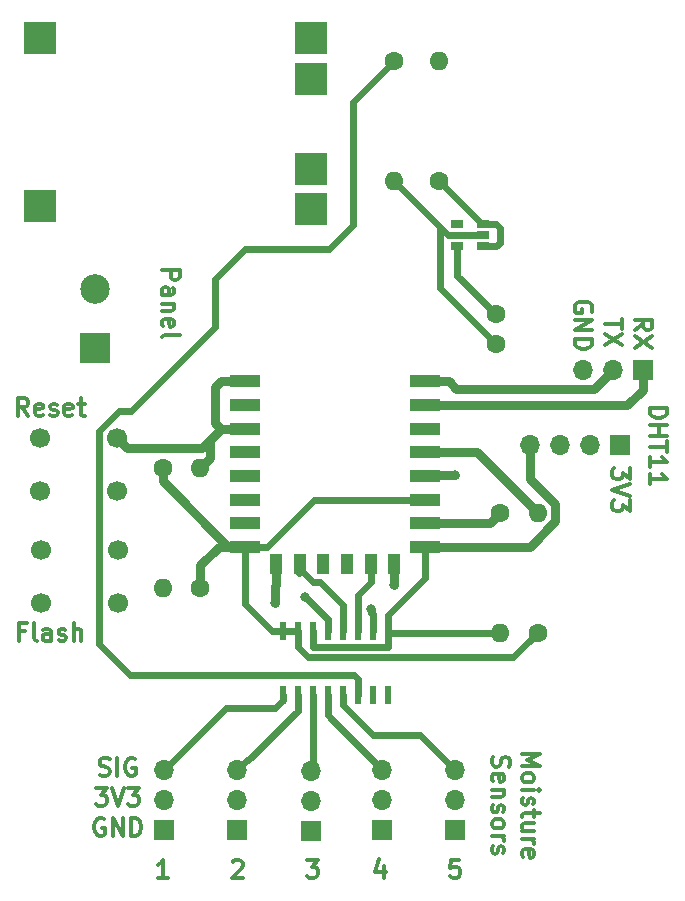
<source format=gbr>
G04 #@! TF.GenerationSoftware,KiCad,Pcbnew,5.0.2-bee76a0~70~ubuntu16.04.1*
G04 #@! TF.CreationDate,2019-08-20T20:13:55+02:00*
G04 #@! TF.ProjectId,connected_garden_pcb,636f6e6e-6563-4746-9564-5f6761726465,rev?*
G04 #@! TF.SameCoordinates,Original*
G04 #@! TF.FileFunction,Copper,L1,Top*
G04 #@! TF.FilePolarity,Positive*
%FSLAX46Y46*%
G04 Gerber Fmt 4.6, Leading zero omitted, Abs format (unit mm)*
G04 Created by KiCad (PCBNEW 5.0.2-bee76a0~70~ubuntu16.04.1) date mar. 20 août 2019 20:13:55 CEST*
%MOMM*%
%LPD*%
G01*
G04 APERTURE LIST*
G04 #@! TA.AperFunction,NonConductor*
%ADD10C,0.300000*%
G04 #@! TD*
G04 #@! TA.AperFunction,ComponentPad*
%ADD11R,1.700000X1.700000*%
G04 #@! TD*
G04 #@! TA.AperFunction,ComponentPad*
%ADD12O,1.700000X1.700000*%
G04 #@! TD*
G04 #@! TA.AperFunction,ComponentPad*
%ADD13C,1.600000*%
G04 #@! TD*
G04 #@! TA.AperFunction,ComponentPad*
%ADD14R,2.500000X2.500000*%
G04 #@! TD*
G04 #@! TA.AperFunction,ComponentPad*
%ADD15C,2.500000*%
G04 #@! TD*
G04 #@! TA.AperFunction,ComponentPad*
%ADD16O,1.600000X1.600000*%
G04 #@! TD*
G04 #@! TA.AperFunction,ComponentPad*
%ADD17C,1.700000*%
G04 #@! TD*
G04 #@! TA.AperFunction,ComponentPad*
%ADD18R,2.800000X2.800000*%
G04 #@! TD*
G04 #@! TA.AperFunction,SMDPad,CuDef*
%ADD19R,1.060000X0.650000*%
G04 #@! TD*
G04 #@! TA.AperFunction,SMDPad,CuDef*
%ADD20R,2.500000X1.000000*%
G04 #@! TD*
G04 #@! TA.AperFunction,SMDPad,CuDef*
%ADD21R,1.000000X1.800000*%
G04 #@! TD*
G04 #@! TA.AperFunction,SMDPad,CuDef*
%ADD22R,0.600000X1.500000*%
G04 #@! TD*
G04 #@! TA.AperFunction,ViaPad*
%ADD23C,0.800000*%
G04 #@! TD*
G04 #@! TA.AperFunction,Conductor*
%ADD24C,0.600000*%
G04 #@! TD*
G04 #@! TA.AperFunction,Conductor*
%ADD25C,0.800000*%
G04 #@! TD*
G04 APERTURE END LIST*
D10*
X65591428Y-52117857D02*
X65591428Y-53046428D01*
X65020000Y-52546428D01*
X65020000Y-52760714D01*
X64948571Y-52903571D01*
X64877142Y-52975000D01*
X64734285Y-53046428D01*
X64377142Y-53046428D01*
X64234285Y-52975000D01*
X64162857Y-52903571D01*
X64091428Y-52760714D01*
X64091428Y-52332142D01*
X64162857Y-52189285D01*
X64234285Y-52117857D01*
X65591428Y-53475000D02*
X64091428Y-53975000D01*
X65591428Y-54475000D01*
X65591428Y-54832142D02*
X65591428Y-55760714D01*
X65020000Y-55260714D01*
X65020000Y-55475000D01*
X64948571Y-55617857D01*
X64877142Y-55689285D01*
X64734285Y-55760714D01*
X64377142Y-55760714D01*
X64234285Y-55689285D01*
X64162857Y-55617857D01*
X64091428Y-55475000D01*
X64091428Y-55046428D01*
X64162857Y-54903571D01*
X64234285Y-54832142D01*
X20689285Y-78077142D02*
X20903571Y-78148571D01*
X21260714Y-78148571D01*
X21403571Y-78077142D01*
X21475000Y-78005714D01*
X21546428Y-77862857D01*
X21546428Y-77720000D01*
X21475000Y-77577142D01*
X21403571Y-77505714D01*
X21260714Y-77434285D01*
X20975000Y-77362857D01*
X20832142Y-77291428D01*
X20760714Y-77220000D01*
X20689285Y-77077142D01*
X20689285Y-76934285D01*
X20760714Y-76791428D01*
X20832142Y-76720000D01*
X20975000Y-76648571D01*
X21332142Y-76648571D01*
X21546428Y-76720000D01*
X22189285Y-78148571D02*
X22189285Y-76648571D01*
X23689285Y-76720000D02*
X23546428Y-76648571D01*
X23332142Y-76648571D01*
X23117857Y-76720000D01*
X22975000Y-76862857D01*
X22903571Y-77005714D01*
X22832142Y-77291428D01*
X22832142Y-77505714D01*
X22903571Y-77791428D01*
X22975000Y-77934285D01*
X23117857Y-78077142D01*
X23332142Y-78148571D01*
X23475000Y-78148571D01*
X23689285Y-78077142D01*
X23760714Y-78005714D01*
X23760714Y-77505714D01*
X23475000Y-77505714D01*
X20367857Y-79188571D02*
X21296428Y-79188571D01*
X20796428Y-79760000D01*
X21010714Y-79760000D01*
X21153571Y-79831428D01*
X21225000Y-79902857D01*
X21296428Y-80045714D01*
X21296428Y-80402857D01*
X21225000Y-80545714D01*
X21153571Y-80617142D01*
X21010714Y-80688571D01*
X20582142Y-80688571D01*
X20439285Y-80617142D01*
X20367857Y-80545714D01*
X21725000Y-79188571D02*
X22225000Y-80688571D01*
X22725000Y-79188571D01*
X23082142Y-79188571D02*
X24010714Y-79188571D01*
X23510714Y-79760000D01*
X23725000Y-79760000D01*
X23867857Y-79831428D01*
X23939285Y-79902857D01*
X24010714Y-80045714D01*
X24010714Y-80402857D01*
X23939285Y-80545714D01*
X23867857Y-80617142D01*
X23725000Y-80688571D01*
X23296428Y-80688571D01*
X23153571Y-80617142D01*
X23082142Y-80545714D01*
X21082142Y-81800000D02*
X20939285Y-81728571D01*
X20725000Y-81728571D01*
X20510714Y-81800000D01*
X20367857Y-81942857D01*
X20296428Y-82085714D01*
X20225000Y-82371428D01*
X20225000Y-82585714D01*
X20296428Y-82871428D01*
X20367857Y-83014285D01*
X20510714Y-83157142D01*
X20725000Y-83228571D01*
X20867857Y-83228571D01*
X21082142Y-83157142D01*
X21153571Y-83085714D01*
X21153571Y-82585714D01*
X20867857Y-82585714D01*
X21796428Y-83228571D02*
X21796428Y-81728571D01*
X22653571Y-83228571D01*
X22653571Y-81728571D01*
X23367857Y-83228571D02*
X23367857Y-81728571D01*
X23725000Y-81728571D01*
X23939285Y-81800000D01*
X24082142Y-81942857D01*
X24153571Y-82085714D01*
X24225000Y-82371428D01*
X24225000Y-82585714D01*
X24153571Y-82871428D01*
X24082142Y-83014285D01*
X23939285Y-83157142D01*
X23725000Y-83228571D01*
X23367857Y-83228571D01*
X65996428Y-40390000D02*
X66710714Y-39890000D01*
X65996428Y-39532857D02*
X67496428Y-39532857D01*
X67496428Y-40104285D01*
X67425000Y-40247142D01*
X67353571Y-40318571D01*
X67210714Y-40390000D01*
X66996428Y-40390000D01*
X66853571Y-40318571D01*
X66782142Y-40247142D01*
X66710714Y-40104285D01*
X66710714Y-39532857D01*
X67496428Y-40890000D02*
X65996428Y-41890000D01*
X67496428Y-41890000D02*
X65996428Y-40890000D01*
X64956428Y-39497142D02*
X64956428Y-40354285D01*
X63456428Y-39925714D02*
X64956428Y-39925714D01*
X64956428Y-40711428D02*
X63456428Y-41711428D01*
X64956428Y-41711428D02*
X63456428Y-40711428D01*
X62345000Y-38862142D02*
X62416428Y-38719285D01*
X62416428Y-38505000D01*
X62345000Y-38290714D01*
X62202142Y-38147857D01*
X62059285Y-38076428D01*
X61773571Y-38005000D01*
X61559285Y-38005000D01*
X61273571Y-38076428D01*
X61130714Y-38147857D01*
X60987857Y-38290714D01*
X60916428Y-38505000D01*
X60916428Y-38647857D01*
X60987857Y-38862142D01*
X61059285Y-38933571D01*
X61559285Y-38933571D01*
X61559285Y-38647857D01*
X60916428Y-39576428D02*
X62416428Y-39576428D01*
X60916428Y-40433571D01*
X62416428Y-40433571D01*
X60916428Y-41147857D02*
X62416428Y-41147857D01*
X62416428Y-41505000D01*
X62345000Y-41719285D01*
X62202142Y-41862142D01*
X62059285Y-41933571D01*
X61773571Y-42005000D01*
X61559285Y-42005000D01*
X61273571Y-41933571D01*
X61130714Y-41862142D01*
X60987857Y-41719285D01*
X60916428Y-41505000D01*
X60916428Y-41147857D01*
X67266428Y-46986428D02*
X68766428Y-46986428D01*
X68766428Y-47343571D01*
X68695000Y-47557857D01*
X68552142Y-47700714D01*
X68409285Y-47772142D01*
X68123571Y-47843571D01*
X67909285Y-47843571D01*
X67623571Y-47772142D01*
X67480714Y-47700714D01*
X67337857Y-47557857D01*
X67266428Y-47343571D01*
X67266428Y-46986428D01*
X67266428Y-48486428D02*
X68766428Y-48486428D01*
X68052142Y-48486428D02*
X68052142Y-49343571D01*
X67266428Y-49343571D02*
X68766428Y-49343571D01*
X68766428Y-49843571D02*
X68766428Y-50700714D01*
X67266428Y-50272142D02*
X68766428Y-50272142D01*
X67266428Y-51986428D02*
X67266428Y-51129285D01*
X67266428Y-51557857D02*
X68766428Y-51557857D01*
X68552142Y-51415000D01*
X68409285Y-51272142D01*
X68337857Y-51129285D01*
X67266428Y-53415000D02*
X67266428Y-52557857D01*
X67266428Y-52986428D02*
X68766428Y-52986428D01*
X68552142Y-52843571D01*
X68409285Y-52700714D01*
X68337857Y-52557857D01*
X51157142Y-85284571D02*
X50442857Y-85284571D01*
X50371428Y-85998857D01*
X50442857Y-85927428D01*
X50585714Y-85856000D01*
X50942857Y-85856000D01*
X51085714Y-85927428D01*
X51157142Y-85998857D01*
X51228571Y-86141714D01*
X51228571Y-86498857D01*
X51157142Y-86641714D01*
X51085714Y-86713142D01*
X50942857Y-86784571D01*
X50585714Y-86784571D01*
X50442857Y-86713142D01*
X50371428Y-86641714D01*
X44735714Y-85784571D02*
X44735714Y-86784571D01*
X44378571Y-85213142D02*
X44021428Y-86284571D01*
X44950000Y-86284571D01*
X38235000Y-85284571D02*
X39163571Y-85284571D01*
X38663571Y-85856000D01*
X38877857Y-85856000D01*
X39020714Y-85927428D01*
X39092142Y-85998857D01*
X39163571Y-86141714D01*
X39163571Y-86498857D01*
X39092142Y-86641714D01*
X39020714Y-86713142D01*
X38877857Y-86784571D01*
X38449285Y-86784571D01*
X38306428Y-86713142D01*
X38235000Y-86641714D01*
X31956428Y-85427428D02*
X32027857Y-85356000D01*
X32170714Y-85284571D01*
X32527857Y-85284571D01*
X32670714Y-85356000D01*
X32742142Y-85427428D01*
X32813571Y-85570285D01*
X32813571Y-85713142D01*
X32742142Y-85927428D01*
X31885000Y-86784571D01*
X32813571Y-86784571D01*
X26463571Y-86784571D02*
X25606428Y-86784571D01*
X26035000Y-86784571D02*
X26035000Y-85284571D01*
X25892142Y-85498857D01*
X25749285Y-85641714D01*
X25606428Y-85713142D01*
X56476428Y-76287857D02*
X57976428Y-76287857D01*
X56905000Y-76787857D01*
X57976428Y-77287857D01*
X56476428Y-77287857D01*
X56476428Y-78216428D02*
X56547857Y-78073571D01*
X56619285Y-78002142D01*
X56762142Y-77930714D01*
X57190714Y-77930714D01*
X57333571Y-78002142D01*
X57405000Y-78073571D01*
X57476428Y-78216428D01*
X57476428Y-78430714D01*
X57405000Y-78573571D01*
X57333571Y-78645000D01*
X57190714Y-78716428D01*
X56762142Y-78716428D01*
X56619285Y-78645000D01*
X56547857Y-78573571D01*
X56476428Y-78430714D01*
X56476428Y-78216428D01*
X56476428Y-79359285D02*
X57476428Y-79359285D01*
X57976428Y-79359285D02*
X57905000Y-79287857D01*
X57833571Y-79359285D01*
X57905000Y-79430714D01*
X57976428Y-79359285D01*
X57833571Y-79359285D01*
X56547857Y-80002142D02*
X56476428Y-80145000D01*
X56476428Y-80430714D01*
X56547857Y-80573571D01*
X56690714Y-80645000D01*
X56762142Y-80645000D01*
X56905000Y-80573571D01*
X56976428Y-80430714D01*
X56976428Y-80216428D01*
X57047857Y-80073571D01*
X57190714Y-80002142D01*
X57262142Y-80002142D01*
X57405000Y-80073571D01*
X57476428Y-80216428D01*
X57476428Y-80430714D01*
X57405000Y-80573571D01*
X57476428Y-81073571D02*
X57476428Y-81645000D01*
X57976428Y-81287857D02*
X56690714Y-81287857D01*
X56547857Y-81359285D01*
X56476428Y-81502142D01*
X56476428Y-81645000D01*
X57476428Y-82787857D02*
X56476428Y-82787857D01*
X57476428Y-82145000D02*
X56690714Y-82145000D01*
X56547857Y-82216428D01*
X56476428Y-82359285D01*
X56476428Y-82573571D01*
X56547857Y-82716428D01*
X56619285Y-82787857D01*
X56476428Y-83502142D02*
X57476428Y-83502142D01*
X57190714Y-83502142D02*
X57333571Y-83573571D01*
X57405000Y-83645000D01*
X57476428Y-83787857D01*
X57476428Y-83930714D01*
X56547857Y-85002142D02*
X56476428Y-84859285D01*
X56476428Y-84573571D01*
X56547857Y-84430714D01*
X56690714Y-84359285D01*
X57262142Y-84359285D01*
X57405000Y-84430714D01*
X57476428Y-84573571D01*
X57476428Y-84859285D01*
X57405000Y-85002142D01*
X57262142Y-85073571D01*
X57119285Y-85073571D01*
X56976428Y-84359285D01*
X53997857Y-76537857D02*
X53926428Y-76752142D01*
X53926428Y-77109285D01*
X53997857Y-77252142D01*
X54069285Y-77323571D01*
X54212142Y-77395000D01*
X54355000Y-77395000D01*
X54497857Y-77323571D01*
X54569285Y-77252142D01*
X54640714Y-77109285D01*
X54712142Y-76823571D01*
X54783571Y-76680714D01*
X54855000Y-76609285D01*
X54997857Y-76537857D01*
X55140714Y-76537857D01*
X55283571Y-76609285D01*
X55355000Y-76680714D01*
X55426428Y-76823571D01*
X55426428Y-77180714D01*
X55355000Y-77395000D01*
X53997857Y-78609285D02*
X53926428Y-78466428D01*
X53926428Y-78180714D01*
X53997857Y-78037857D01*
X54140714Y-77966428D01*
X54712142Y-77966428D01*
X54855000Y-78037857D01*
X54926428Y-78180714D01*
X54926428Y-78466428D01*
X54855000Y-78609285D01*
X54712142Y-78680714D01*
X54569285Y-78680714D01*
X54426428Y-77966428D01*
X54926428Y-79323571D02*
X53926428Y-79323571D01*
X54783571Y-79323571D02*
X54855000Y-79395000D01*
X54926428Y-79537857D01*
X54926428Y-79752142D01*
X54855000Y-79895000D01*
X54712142Y-79966428D01*
X53926428Y-79966428D01*
X53997857Y-80609285D02*
X53926428Y-80752142D01*
X53926428Y-81037857D01*
X53997857Y-81180714D01*
X54140714Y-81252142D01*
X54212142Y-81252142D01*
X54355000Y-81180714D01*
X54426428Y-81037857D01*
X54426428Y-80823571D01*
X54497857Y-80680714D01*
X54640714Y-80609285D01*
X54712142Y-80609285D01*
X54855000Y-80680714D01*
X54926428Y-80823571D01*
X54926428Y-81037857D01*
X54855000Y-81180714D01*
X53926428Y-82109285D02*
X53997857Y-81966428D01*
X54069285Y-81895000D01*
X54212142Y-81823571D01*
X54640714Y-81823571D01*
X54783571Y-81895000D01*
X54855000Y-81966428D01*
X54926428Y-82109285D01*
X54926428Y-82323571D01*
X54855000Y-82466428D01*
X54783571Y-82537857D01*
X54640714Y-82609285D01*
X54212142Y-82609285D01*
X54069285Y-82537857D01*
X53997857Y-82466428D01*
X53926428Y-82323571D01*
X53926428Y-82109285D01*
X53926428Y-83252142D02*
X54926428Y-83252142D01*
X54640714Y-83252142D02*
X54783571Y-83323571D01*
X54855000Y-83395000D01*
X54926428Y-83537857D01*
X54926428Y-83680714D01*
X53997857Y-84109285D02*
X53926428Y-84252142D01*
X53926428Y-84537857D01*
X53997857Y-84680714D01*
X54140714Y-84752142D01*
X54212142Y-84752142D01*
X54355000Y-84680714D01*
X54426428Y-84537857D01*
X54426428Y-84323571D01*
X54497857Y-84180714D01*
X54640714Y-84109285D01*
X54712142Y-84109285D01*
X54855000Y-84180714D01*
X54926428Y-84323571D01*
X54926428Y-84537857D01*
X54855000Y-84680714D01*
X25991428Y-35314285D02*
X27491428Y-35314285D01*
X27491428Y-35885714D01*
X27420000Y-36028571D01*
X27348571Y-36100000D01*
X27205714Y-36171428D01*
X26991428Y-36171428D01*
X26848571Y-36100000D01*
X26777142Y-36028571D01*
X26705714Y-35885714D01*
X26705714Y-35314285D01*
X25991428Y-37457142D02*
X26777142Y-37457142D01*
X26920000Y-37385714D01*
X26991428Y-37242857D01*
X26991428Y-36957142D01*
X26920000Y-36814285D01*
X26062857Y-37457142D02*
X25991428Y-37314285D01*
X25991428Y-36957142D01*
X26062857Y-36814285D01*
X26205714Y-36742857D01*
X26348571Y-36742857D01*
X26491428Y-36814285D01*
X26562857Y-36957142D01*
X26562857Y-37314285D01*
X26634285Y-37457142D01*
X26991428Y-38171428D02*
X25991428Y-38171428D01*
X26848571Y-38171428D02*
X26920000Y-38242857D01*
X26991428Y-38385714D01*
X26991428Y-38600000D01*
X26920000Y-38742857D01*
X26777142Y-38814285D01*
X25991428Y-38814285D01*
X26062857Y-40100000D02*
X25991428Y-39957142D01*
X25991428Y-39671428D01*
X26062857Y-39528571D01*
X26205714Y-39457142D01*
X26777142Y-39457142D01*
X26920000Y-39528571D01*
X26991428Y-39671428D01*
X26991428Y-39957142D01*
X26920000Y-40100000D01*
X26777142Y-40171428D01*
X26634285Y-40171428D01*
X26491428Y-39457142D01*
X25991428Y-41028571D02*
X26062857Y-40885714D01*
X26205714Y-40814285D01*
X27491428Y-40814285D01*
X14652857Y-47668571D02*
X14152857Y-46954285D01*
X13795714Y-47668571D02*
X13795714Y-46168571D01*
X14367142Y-46168571D01*
X14510000Y-46240000D01*
X14581428Y-46311428D01*
X14652857Y-46454285D01*
X14652857Y-46668571D01*
X14581428Y-46811428D01*
X14510000Y-46882857D01*
X14367142Y-46954285D01*
X13795714Y-46954285D01*
X15867142Y-47597142D02*
X15724285Y-47668571D01*
X15438571Y-47668571D01*
X15295714Y-47597142D01*
X15224285Y-47454285D01*
X15224285Y-46882857D01*
X15295714Y-46740000D01*
X15438571Y-46668571D01*
X15724285Y-46668571D01*
X15867142Y-46740000D01*
X15938571Y-46882857D01*
X15938571Y-47025714D01*
X15224285Y-47168571D01*
X16510000Y-47597142D02*
X16652857Y-47668571D01*
X16938571Y-47668571D01*
X17081428Y-47597142D01*
X17152857Y-47454285D01*
X17152857Y-47382857D01*
X17081428Y-47240000D01*
X16938571Y-47168571D01*
X16724285Y-47168571D01*
X16581428Y-47097142D01*
X16510000Y-46954285D01*
X16510000Y-46882857D01*
X16581428Y-46740000D01*
X16724285Y-46668571D01*
X16938571Y-46668571D01*
X17081428Y-46740000D01*
X18367142Y-47597142D02*
X18224285Y-47668571D01*
X17938571Y-47668571D01*
X17795714Y-47597142D01*
X17724285Y-47454285D01*
X17724285Y-46882857D01*
X17795714Y-46740000D01*
X17938571Y-46668571D01*
X18224285Y-46668571D01*
X18367142Y-46740000D01*
X18438571Y-46882857D01*
X18438571Y-47025714D01*
X17724285Y-47168571D01*
X18867142Y-46668571D02*
X19438571Y-46668571D01*
X19081428Y-46168571D02*
X19081428Y-47454285D01*
X19152857Y-47597142D01*
X19295714Y-47668571D01*
X19438571Y-47668571D01*
X14367142Y-65932857D02*
X13867142Y-65932857D01*
X13867142Y-66718571D02*
X13867142Y-65218571D01*
X14581428Y-65218571D01*
X15367142Y-66718571D02*
X15224285Y-66647142D01*
X15152857Y-66504285D01*
X15152857Y-65218571D01*
X16581428Y-66718571D02*
X16581428Y-65932857D01*
X16510000Y-65790000D01*
X16367142Y-65718571D01*
X16081428Y-65718571D01*
X15938571Y-65790000D01*
X16581428Y-66647142D02*
X16438571Y-66718571D01*
X16081428Y-66718571D01*
X15938571Y-66647142D01*
X15867142Y-66504285D01*
X15867142Y-66361428D01*
X15938571Y-66218571D01*
X16081428Y-66147142D01*
X16438571Y-66147142D01*
X16581428Y-66075714D01*
X17224285Y-66647142D02*
X17367142Y-66718571D01*
X17652857Y-66718571D01*
X17795714Y-66647142D01*
X17867142Y-66504285D01*
X17867142Y-66432857D01*
X17795714Y-66290000D01*
X17652857Y-66218571D01*
X17438571Y-66218571D01*
X17295714Y-66147142D01*
X17224285Y-66004285D01*
X17224285Y-65932857D01*
X17295714Y-65790000D01*
X17438571Y-65718571D01*
X17652857Y-65718571D01*
X17795714Y-65790000D01*
X18510000Y-66718571D02*
X18510000Y-65218571D01*
X19152857Y-66718571D02*
X19152857Y-65932857D01*
X19081428Y-65790000D01*
X18938571Y-65718571D01*
X18724285Y-65718571D01*
X18581428Y-65790000D01*
X18510000Y-65861428D01*
D11*
G04 #@! TO.P,J7,1*
G04 #@! TO.N,/RX*
X66675000Y-43815000D03*
D12*
G04 #@! TO.P,J7,2*
G04 #@! TO.N,/TX*
X64135000Y-43815000D03*
G04 #@! TO.P,J7,3*
G04 #@! TO.N,GND*
X61595000Y-43815000D03*
G04 #@! TD*
D13*
G04 #@! TO.P,C1,1*
G04 #@! TO.N,+3V3*
X54240230Y-39078215D03*
G04 #@! TO.P,C1,2*
G04 #@! TO.N,GND*
X54240230Y-41578215D03*
G04 #@! TD*
D12*
G04 #@! TO.P,J1,3*
G04 #@! TO.N,/A0*
X26167958Y-77650712D03*
G04 #@! TO.P,J1,2*
G04 #@! TO.N,+3V3*
X26167958Y-80190712D03*
D11*
G04 #@! TO.P,J1,1*
G04 #@! TO.N,GND*
X26167958Y-82730712D03*
G04 #@! TD*
G04 #@! TO.P,J2,1*
G04 #@! TO.N,GND*
X32325968Y-82730712D03*
D12*
G04 #@! TO.P,J2,2*
G04 #@! TO.N,+3V3*
X32325968Y-80190712D03*
G04 #@! TO.P,J2,3*
G04 #@! TO.N,/A1*
X32325968Y-77650712D03*
G04 #@! TD*
G04 #@! TO.P,J3,3*
G04 #@! TO.N,/A2*
X38608000Y-77724000D03*
G04 #@! TO.P,J3,2*
G04 #@! TO.N,+3V3*
X38608000Y-80264000D03*
D11*
G04 #@! TO.P,J3,1*
G04 #@! TO.N,GND*
X38608000Y-82804000D03*
G04 #@! TD*
G04 #@! TO.P,J4,1*
G04 #@! TO.N,GND*
X44641988Y-82730712D03*
D12*
G04 #@! TO.P,J4,2*
G04 #@! TO.N,+3V3*
X44641988Y-80190712D03*
G04 #@! TO.P,J4,3*
G04 #@! TO.N,/A3*
X44641988Y-77650712D03*
G04 #@! TD*
G04 #@! TO.P,J5,3*
G04 #@! TO.N,/A4*
X50800000Y-77650712D03*
G04 #@! TO.P,J5,2*
G04 #@! TO.N,+3V3*
X50800000Y-80190712D03*
D11*
G04 #@! TO.P,J5,1*
G04 #@! TO.N,GND*
X50800000Y-82730712D03*
G04 #@! TD*
D14*
G04 #@! TO.P,J6,1*
G04 #@! TO.N,Net-(J6-Pad1)*
X20320000Y-41910000D03*
D15*
G04 #@! TO.P,J6,2*
G04 #@! TO.N,Net-(J6-Pad2)*
X20320000Y-36910000D03*
G04 #@! TD*
D13*
G04 #@! TO.P,R1,1*
G04 #@! TO.N,+3V3*
X29210000Y-62230000D03*
D16*
G04 #@! TO.P,R1,2*
G04 #@! TO.N,Net-(R1-Pad2)*
X29210000Y-52070000D03*
G04 #@! TD*
G04 #@! TO.P,R2,2*
G04 #@! TO.N,GND*
X54610000Y-66040000D03*
D13*
G04 #@! TO.P,R2,1*
G04 #@! TO.N,Net-(R2-Pad1)*
X54610000Y-55880000D03*
G04 #@! TD*
D16*
G04 #@! TO.P,R3,2*
G04 #@! TO.N,Net-(R3-Pad2)*
X26035000Y-62230000D03*
D13*
G04 #@! TO.P,R3,1*
G04 #@! TO.N,+3V3*
X26035000Y-52070000D03*
G04 #@! TD*
G04 #@! TO.P,R4,1*
G04 #@! TO.N,Net-(R4-Pad1)*
X49416792Y-27782646D03*
D16*
G04 #@! TO.P,R4,2*
G04 #@! TO.N,/A5*
X49416792Y-17622646D03*
G04 #@! TD*
G04 #@! TO.P,R5,2*
G04 #@! TO.N,GND*
X45606792Y-27782646D03*
D13*
G04 #@! TO.P,R5,1*
G04 #@! TO.N,/A5*
X45606792Y-17622646D03*
G04 #@! TD*
G04 #@! TO.P,R6,1*
G04 #@! TO.N,+3V3*
X57785000Y-66040000D03*
D16*
G04 #@! TO.P,R6,2*
G04 #@! TO.N,/DHT11Data*
X57785000Y-55880000D03*
G04 #@! TD*
D17*
G04 #@! TO.P,SW1,4*
G04 #@! TO.N,Net-(R1-Pad2)*
X22175000Y-54030000D03*
G04 #@! TO.P,SW1,3*
G04 #@! TO.N,GND*
X15675000Y-54030000D03*
G04 #@! TO.P,SW1,2*
G04 #@! TO.N,Net-(R1-Pad2)*
X22175000Y-49530000D03*
G04 #@! TO.P,SW1,1*
G04 #@! TO.N,GND*
X15675000Y-49530000D03*
G04 #@! TD*
G04 #@! TO.P,SW2,1*
G04 #@! TO.N,Net-(R3-Pad2)*
X22225000Y-63500000D03*
G04 #@! TO.P,SW2,2*
G04 #@! TO.N,GND*
X15725000Y-63500000D03*
G04 #@! TO.P,SW2,3*
G04 #@! TO.N,Net-(R3-Pad2)*
X22225000Y-59000000D03*
G04 #@! TO.P,SW2,4*
G04 #@! TO.N,GND*
X15725000Y-59000000D03*
G04 #@! TD*
D18*
G04 #@! TO.P,U1,1*
G04 #@! TO.N,Net-(J6-Pad2)*
X15670000Y-15670000D03*
G04 #@! TO.P,U1,2*
G04 #@! TO.N,Net-(J6-Pad1)*
X15670000Y-29870000D03*
G04 #@! TO.P,U1,3*
G04 #@! TO.N,Net-(R4-Pad1)*
X38570000Y-15670000D03*
G04 #@! TO.P,U1,4*
G04 #@! TO.N,GND*
X38570000Y-30170000D03*
G04 #@! TO.P,U1,5*
G04 #@! TO.N,Net-(U1-Pad5)*
X38570000Y-19170000D03*
G04 #@! TO.P,U1,6*
G04 #@! TO.N,Net-(U1-Pad6)*
X38570000Y-26770000D03*
G04 #@! TD*
D19*
G04 #@! TO.P,U3,1*
G04 #@! TO.N,Net-(R4-Pad1)*
X53170000Y-33335000D03*
G04 #@! TO.P,U3,2*
G04 #@! TO.N,GND*
X53170000Y-32385000D03*
G04 #@! TO.P,U3,3*
G04 #@! TO.N,Net-(R4-Pad1)*
X53170000Y-31435000D03*
G04 #@! TO.P,U3,4*
G04 #@! TO.N,Net-(U3-Pad4)*
X50970000Y-31435000D03*
G04 #@! TO.P,U3,5*
G04 #@! TO.N,+3V3*
X50970000Y-33335000D03*
G04 #@! TD*
D11*
G04 #@! TO.P,U4,1*
G04 #@! TO.N,+3V3*
X64770000Y-50165000D03*
D12*
G04 #@! TO.P,U4,2*
G04 #@! TO.N,/DHT11Data*
X62230000Y-50165000D03*
G04 #@! TO.P,U4,3*
G04 #@! TO.N,N/C*
X59690000Y-50165000D03*
G04 #@! TO.P,U4,4*
G04 #@! TO.N,GND*
X57150000Y-50165000D03*
G04 #@! TD*
D20*
G04 #@! TO.P,U5,1*
G04 #@! TO.N,Net-(R1-Pad2)*
X33040000Y-44760000D03*
G04 #@! TO.P,U5,2*
G04 #@! TO.N,Net-(U5-Pad2)*
X33040000Y-46760000D03*
G04 #@! TO.P,U5,3*
G04 #@! TO.N,Net-(R1-Pad2)*
X33040000Y-48760000D03*
G04 #@! TO.P,U5,4*
G04 #@! TO.N,Net-(U5-Pad4)*
X33040000Y-50760000D03*
G04 #@! TO.P,U5,5*
G04 #@! TO.N,Net-(U5-Pad5)*
X33040000Y-52760000D03*
G04 #@! TO.P,U5,6*
G04 #@! TO.N,Net-(U5-Pad6)*
X33040000Y-54760000D03*
G04 #@! TO.P,U5,7*
G04 #@! TO.N,Net-(U5-Pad7)*
X33040000Y-56760000D03*
G04 #@! TO.P,U5,8*
G04 #@! TO.N,+3V3*
X33040000Y-58760000D03*
D21*
G04 #@! TO.P,U5,9*
G04 #@! TO.N,/CS*
X35640000Y-60260000D03*
G04 #@! TO.P,U5,10*
G04 #@! TO.N,/MISO*
X37640000Y-60260000D03*
G04 #@! TO.P,U5,11*
G04 #@! TO.N,Net-(U5-Pad11)*
X39640000Y-60260000D03*
G04 #@! TO.P,U5,12*
G04 #@! TO.N,Net-(U5-Pad12)*
X41640000Y-60260000D03*
G04 #@! TO.P,U5,13*
G04 #@! TO.N,/MOSI*
X43640000Y-60260000D03*
G04 #@! TO.P,U5,14*
G04 #@! TO.N,/SCLK*
X45640000Y-60260000D03*
D20*
G04 #@! TO.P,U5,15*
G04 #@! TO.N,GND*
X48240000Y-58760000D03*
G04 #@! TO.P,U5,16*
G04 #@! TO.N,Net-(R2-Pad1)*
X48240000Y-56760000D03*
G04 #@! TO.P,U5,17*
G04 #@! TO.N,+3V3*
X48240000Y-54760000D03*
G04 #@! TO.P,U5,18*
G04 #@! TO.N,Net-(R3-Pad2)*
X48240000Y-52760000D03*
G04 #@! TO.P,U5,19*
G04 #@! TO.N,/DHT11Data*
X48240000Y-50760000D03*
G04 #@! TO.P,U5,20*
G04 #@! TO.N,Net-(U5-Pad20)*
X48240000Y-48760000D03*
G04 #@! TO.P,U5,21*
G04 #@! TO.N,/RX*
X48240000Y-46760000D03*
G04 #@! TO.P,U5,22*
G04 #@! TO.N,/TX*
X48240000Y-44760000D03*
G04 #@! TD*
D22*
G04 #@! TO.P,U2,1*
G04 #@! TO.N,/A0*
X36195000Y-71280000D03*
G04 #@! TO.P,U2,2*
G04 #@! TO.N,/A1*
X37465000Y-71280000D03*
G04 #@! TO.P,U2,3*
G04 #@! TO.N,/A2*
X38735000Y-71280000D03*
G04 #@! TO.P,U2,4*
G04 #@! TO.N,/A3*
X40005000Y-71280000D03*
G04 #@! TO.P,U2,5*
G04 #@! TO.N,/A4*
X41275000Y-71280000D03*
G04 #@! TO.P,U2,6*
G04 #@! TO.N,/A5*
X42545000Y-71280000D03*
G04 #@! TO.P,U2,7*
G04 #@! TO.N,Net-(U2-Pad7)*
X43815000Y-71280000D03*
G04 #@! TO.P,U2,8*
G04 #@! TO.N,Net-(U2-Pad8)*
X45085000Y-71280000D03*
G04 #@! TO.P,U2,9*
G04 #@! TO.N,GND*
X45085000Y-65880000D03*
G04 #@! TO.P,U2,10*
G04 #@! TO.N,/CS*
X43815000Y-65880000D03*
G04 #@! TO.P,U2,11*
G04 #@! TO.N,/MOSI*
X42545000Y-65880000D03*
G04 #@! TO.P,U2,12*
G04 #@! TO.N,/MISO*
X41275000Y-65880000D03*
G04 #@! TO.P,U2,13*
G04 #@! TO.N,/SCLK*
X40005000Y-65880000D03*
G04 #@! TO.P,U2,14*
G04 #@! TO.N,GND*
X38735000Y-65880000D03*
G04 #@! TO.P,U2,15*
G04 #@! TO.N,+3V3*
X37465000Y-65880000D03*
G04 #@! TO.P,U2,16*
X36195000Y-65880000D03*
G04 #@! TD*
D23*
G04 #@! TO.N,Net-(R3-Pad2)*
X50800000Y-52705000D03*
G04 #@! TO.N,/CS*
X43688000Y-64008000D03*
X35560000Y-63500000D03*
G04 #@! TO.N,/SCLK*
X45656000Y-61976000D03*
X38100000Y-62992000D03*
G04 #@! TD*
D24*
G04 #@! TO.N,+3V3*
X50970000Y-35807985D02*
X54240230Y-39078215D01*
X50970000Y-33335000D02*
X50970000Y-35807985D01*
D25*
X31593630Y-58760000D02*
X26035000Y-53201370D01*
X26035000Y-53201370D02*
X26035000Y-52070000D01*
X33040000Y-58760000D02*
X31593630Y-58760000D01*
X29210000Y-62230000D02*
X29210000Y-60325000D01*
X30775000Y-58760000D02*
X33040000Y-58760000D01*
X29210000Y-60325000D02*
X30775000Y-58760000D01*
D24*
X46390000Y-54760000D02*
X48240000Y-54760000D01*
X38890000Y-54760000D02*
X46390000Y-54760000D01*
X34890000Y-58760000D02*
X38890000Y-54760000D01*
X33040000Y-58760000D02*
X34890000Y-58760000D01*
X36195000Y-65880000D02*
X37465000Y-65880000D01*
X33040000Y-59860000D02*
X33040000Y-58760000D01*
X33040000Y-63625000D02*
X33040000Y-59860000D01*
X35295000Y-65880000D02*
X33040000Y-63625000D01*
X36195000Y-65880000D02*
X35295000Y-65880000D01*
X56985001Y-66839999D02*
X57785000Y-66040000D01*
X38362204Y-68130010D02*
X55694990Y-68130010D01*
X55694990Y-68130010D02*
X56985001Y-66839999D01*
X37465000Y-67232806D02*
X38362204Y-68130010D01*
X37465000Y-65880000D02*
X37465000Y-67232806D01*
G04 #@! TO.N,GND*
X53170000Y-32385000D02*
X50209146Y-32385000D01*
D25*
X15725000Y-54080000D02*
X15675000Y-54030000D01*
D24*
X49530000Y-31705854D02*
X49530000Y-36867985D01*
X50209146Y-32385000D02*
X49530000Y-31705854D01*
X49530000Y-36867985D02*
X54240230Y-41578215D01*
X49530000Y-31705854D02*
X45606792Y-27782646D01*
D25*
X57125002Y-58760000D02*
X50290000Y-58760000D01*
X59285001Y-56600001D02*
X57125002Y-58760000D01*
X59285001Y-55159999D02*
X59285001Y-56600001D01*
X57150000Y-53024998D02*
X59285001Y-55159999D01*
X50290000Y-58760000D02*
X48240000Y-58760000D01*
X57150000Y-50165000D02*
X57150000Y-53024998D01*
D24*
X38735000Y-67230000D02*
X38735000Y-65880000D01*
X45084999Y-67230001D02*
X38735000Y-67230000D01*
X45085000Y-65880000D02*
X45084999Y-67230001D01*
X48240000Y-61375000D02*
X48240000Y-59860000D01*
X48240000Y-59860000D02*
X48240000Y-58760000D01*
X45085000Y-64530000D02*
X48240000Y-61375000D01*
X45085000Y-65880000D02*
X45085000Y-64530000D01*
X45245000Y-66040000D02*
X45085000Y-65880000D01*
X54610000Y-66040000D02*
X45245000Y-66040000D01*
G04 #@! TO.N,/A0*
X31428670Y-72390000D02*
X26167958Y-77650712D01*
X36195000Y-71280000D02*
X36195000Y-71730000D01*
X36195000Y-71730000D02*
X35535000Y-72390000D01*
X35535000Y-72390000D02*
X31428670Y-72390000D01*
G04 #@! TO.N,/A1*
X33175967Y-76800713D02*
X33294287Y-76800713D01*
X32325968Y-77650712D02*
X33175967Y-76800713D01*
X37465000Y-72630000D02*
X37465000Y-71280000D01*
X33294287Y-76800713D02*
X37465000Y-72630000D01*
G04 #@! TO.N,/A2*
X38735000Y-77597000D02*
X38608000Y-77724000D01*
X38735000Y-71280000D02*
X38735000Y-77597000D01*
G04 #@! TO.N,/A3*
X40005000Y-73013724D02*
X44641988Y-77650712D01*
X40005000Y-71280000D02*
X40005000Y-73013724D01*
G04 #@! TO.N,/A4*
X47825288Y-74676000D02*
X50800000Y-77650712D01*
X43810998Y-74676000D02*
X47825288Y-74676000D01*
X41275000Y-72140002D02*
X43810998Y-74676000D01*
X41275000Y-71280000D02*
X41275000Y-72140002D01*
D25*
G04 #@! TO.N,/RX*
X50290000Y-46760000D02*
X48240000Y-46760000D01*
X66675000Y-45465000D02*
X65380000Y-46760000D01*
X65380000Y-46760000D02*
X50290000Y-46760000D01*
X66675000Y-43815000D02*
X66675000Y-45465000D01*
G04 #@! TO.N,/TX*
X50290000Y-44760000D02*
X48240000Y-44760000D01*
X50895001Y-45365001D02*
X50290000Y-44760000D01*
X62584999Y-45365001D02*
X50895001Y-45365001D01*
X64135000Y-43815000D02*
X62584999Y-45365001D01*
G04 #@! TO.N,Net-(R1-Pad2)*
X33040000Y-48760000D02*
X30980000Y-48760000D01*
X30980000Y-48760000D02*
X30480000Y-48260000D01*
X30990000Y-44760000D02*
X33040000Y-44760000D01*
X30480000Y-45270000D02*
X30990000Y-44760000D01*
X30480000Y-48260000D02*
X30480000Y-45270000D01*
X30009999Y-49730001D02*
X30480000Y-49260000D01*
X30009999Y-51270001D02*
X30009999Y-49730001D01*
X29210000Y-52070000D02*
X30009999Y-51270001D01*
X30980000Y-48760000D02*
X30480000Y-49260000D01*
X30480000Y-49260000D02*
X30210000Y-49530000D01*
X23024999Y-50379999D02*
X29360001Y-50379999D01*
X29360001Y-50379999D02*
X30009999Y-49730001D01*
X22175000Y-49530000D02*
X23024999Y-50379999D01*
G04 #@! TO.N,Net-(R2-Pad1)*
X53730000Y-56760000D02*
X54610000Y-55880000D01*
X48240000Y-56760000D02*
X53730000Y-56760000D01*
G04 #@! TO.N,Net-(R3-Pad2)*
X48295000Y-52705000D02*
X48240000Y-52760000D01*
X50800000Y-52705000D02*
X48295000Y-52705000D01*
D24*
G04 #@! TO.N,Net-(R4-Pad1)*
X53069146Y-31435000D02*
X49416792Y-27782646D01*
X53170000Y-31435000D02*
X53069146Y-31435000D01*
X54300000Y-33335000D02*
X54610000Y-33025000D01*
X53170000Y-33335000D02*
X54300000Y-33335000D01*
X54300000Y-31435000D02*
X53170000Y-31435000D01*
X54610000Y-31745000D02*
X54300000Y-31435000D01*
X54610000Y-33025000D02*
X54610000Y-31745000D01*
G04 #@! TO.N,/A5*
X23241000Y-69596000D02*
X20624999Y-66979999D01*
X20624999Y-48933999D02*
X22314998Y-47244000D01*
X20624999Y-66979999D02*
X20624999Y-48933999D01*
X22314998Y-47244000D02*
X23368000Y-47244000D01*
X23368000Y-47244000D02*
X30480000Y-40132000D01*
X30480000Y-40132000D02*
X30480000Y-36068000D01*
X30480000Y-36068000D02*
X33020000Y-33528000D01*
X33020000Y-33528000D02*
X40132000Y-33528000D01*
X40132000Y-33528000D02*
X42164000Y-31496000D01*
X42164000Y-21065438D02*
X45606792Y-17622646D01*
X42164000Y-31496000D02*
X42164000Y-21065438D01*
X42545000Y-69930000D02*
X42211000Y-69596000D01*
X42545000Y-71280000D02*
X42545000Y-69930000D01*
X42211000Y-69596000D02*
X23241000Y-69596000D01*
D25*
G04 #@! TO.N,/DHT11Data*
X52665000Y-50760000D02*
X48240000Y-50760000D01*
X57785000Y-55880000D02*
X52665000Y-50760000D01*
G04 #@! TO.N,/CS*
X35640000Y-60660000D02*
X35560000Y-60740000D01*
X35640000Y-60260000D02*
X35640000Y-60660000D01*
X35640000Y-61960000D02*
X35560000Y-62040000D01*
X35640000Y-60260000D02*
X35640000Y-61960000D01*
X35560000Y-62040000D02*
X35560000Y-63500000D01*
D24*
X43815000Y-64530000D02*
X43688000Y-64008000D01*
X43815000Y-65880000D02*
X43815000Y-64530000D01*
X43688000Y-64403000D02*
X43688000Y-64008000D01*
X43688000Y-64008000D02*
X43688000Y-64403000D01*
D25*
X35560000Y-63500000D02*
X35560000Y-63500000D01*
D24*
G04 #@! TO.N,/MOSI*
X42545000Y-64530000D02*
X42545000Y-65880000D01*
X42545000Y-62855000D02*
X42545000Y-64530000D01*
X43640000Y-61760000D02*
X42545000Y-62855000D01*
X43640000Y-60260000D02*
X43640000Y-61760000D01*
G04 #@! TO.N,/MISO*
X37640000Y-60660000D02*
X37592000Y-60708000D01*
X37592000Y-60708000D02*
X37592000Y-60960000D01*
X41275000Y-64530000D02*
X41275000Y-65880000D01*
X38740000Y-61760000D02*
X39364002Y-61760000D01*
X41275000Y-63670998D02*
X41275000Y-64530000D01*
X39364002Y-61760000D02*
X41275000Y-63670998D01*
X37640000Y-60660000D02*
X38740000Y-61760000D01*
X37640000Y-60260000D02*
X37640000Y-60660000D01*
D25*
G04 #@! TO.N,/SCLK*
X45640000Y-60660000D02*
X45720000Y-60740000D01*
X45640000Y-60260000D02*
X45640000Y-60660000D01*
X45640000Y-61960000D02*
X45656000Y-61976000D01*
X45640000Y-60260000D02*
X45640000Y-61960000D01*
D24*
X40005000Y-65880000D02*
X40005000Y-65405000D01*
D25*
X45656000Y-61976000D02*
X45656000Y-61976000D01*
D24*
X40005000Y-64897000D02*
X38100000Y-62992000D01*
X40005000Y-65880000D02*
X40005000Y-64897000D01*
G04 #@! TD*
M02*

</source>
